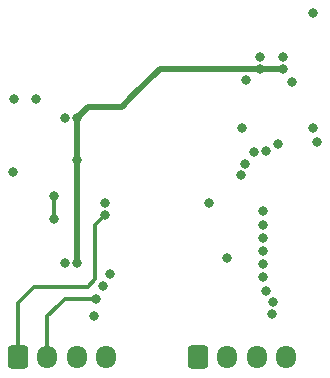
<source format=gbl>
G04 #@! TF.GenerationSoftware,KiCad,Pcbnew,(6.0.2-0)*
G04 #@! TF.CreationDate,2022-09-17T18:07:09+02:00*
G04 #@! TF.ProjectId,ER-TFT1_69-1 Adapter,45522d54-4654-4315-9f36-392d31204164,rev?*
G04 #@! TF.SameCoordinates,Original*
G04 #@! TF.FileFunction,Copper,L4,Bot*
G04 #@! TF.FilePolarity,Positive*
%FSLAX46Y46*%
G04 Gerber Fmt 4.6, Leading zero omitted, Abs format (unit mm)*
G04 Created by KiCad (PCBNEW (6.0.2-0)) date 2022-09-17 18:07:09*
%MOMM*%
%LPD*%
G01*
G04 APERTURE LIST*
G04 Aperture macros list*
%AMRoundRect*
0 Rectangle with rounded corners*
0 $1 Rounding radius*
0 $2 $3 $4 $5 $6 $7 $8 $9 X,Y pos of 4 corners*
0 Add a 4 corners polygon primitive as box body*
4,1,4,$2,$3,$4,$5,$6,$7,$8,$9,$2,$3,0*
0 Add four circle primitives for the rounded corners*
1,1,$1+$1,$2,$3*
1,1,$1+$1,$4,$5*
1,1,$1+$1,$6,$7*
1,1,$1+$1,$8,$9*
0 Add four rect primitives between the rounded corners*
20,1,$1+$1,$2,$3,$4,$5,0*
20,1,$1+$1,$4,$5,$6,$7,0*
20,1,$1+$1,$6,$7,$8,$9,0*
20,1,$1+$1,$8,$9,$2,$3,0*%
G04 Aperture macros list end*
G04 #@! TA.AperFunction,ComponentPad*
%ADD10RoundRect,0.250000X-0.600000X-0.725000X0.600000X-0.725000X0.600000X0.725000X-0.600000X0.725000X0*%
G04 #@! TD*
G04 #@! TA.AperFunction,ComponentPad*
%ADD11O,1.700000X1.950000*%
G04 #@! TD*
G04 #@! TA.AperFunction,ViaPad*
%ADD12C,0.800000*%
G04 #@! TD*
G04 #@! TA.AperFunction,Conductor*
%ADD13C,0.500000*%
G04 #@! TD*
G04 #@! TA.AperFunction,Conductor*
%ADD14C,0.300000*%
G04 #@! TD*
G04 APERTURE END LIST*
D10*
X113267593Y-113143601D03*
D11*
X115767593Y-113143601D03*
X118267593Y-113143601D03*
X120767593Y-113143601D03*
D10*
X128507593Y-113143601D03*
D11*
X131007593Y-113143601D03*
X133507593Y-113143601D03*
X136007593Y-113143601D03*
D12*
X118257593Y-105186601D03*
X118257593Y-96436601D03*
X133782593Y-88711601D03*
X135682593Y-88711601D03*
X118257593Y-92836601D03*
X136432593Y-89861601D03*
X138232593Y-93736601D03*
X134007593Y-103011601D03*
X114782593Y-91286601D03*
X134832593Y-108486601D03*
X119732593Y-109611601D03*
X134800000Y-109486601D03*
X129407593Y-100086601D03*
X135682593Y-87686601D03*
X138607593Y-94886601D03*
X121081593Y-106101301D03*
X134007593Y-106336601D03*
X117257593Y-92836601D03*
X112957593Y-91286601D03*
X132132593Y-97711601D03*
X132607593Y-89686601D03*
X134257593Y-107486601D03*
X134307593Y-95686601D03*
X120471993Y-107064601D03*
X134007593Y-101886601D03*
X134007593Y-104161601D03*
X133782593Y-87686601D03*
X135257593Y-95061601D03*
X120649793Y-100054201D03*
X112832593Y-97436601D03*
X138281000Y-84006000D03*
X132507593Y-96761601D03*
X117232593Y-105186601D03*
X133257593Y-95711601D03*
X131002593Y-104733801D03*
X132282593Y-93686601D03*
X134007593Y-105236601D03*
X134007593Y-100761601D03*
X120675193Y-101070201D03*
X119913193Y-108182201D03*
X116307593Y-101436601D03*
X116307593Y-99511601D03*
D13*
X122957593Y-91011601D02*
X125257593Y-88711601D01*
X121257593Y-91911601D02*
X122057593Y-91911601D01*
X118257593Y-105186601D02*
X118257593Y-96436601D01*
X133782593Y-88711601D02*
X135682593Y-88711601D01*
X119182593Y-91911601D02*
X121257593Y-91911601D01*
X118257593Y-96436601D02*
X118257593Y-92836601D01*
X118257593Y-92836601D02*
X119182593Y-91911601D01*
X130307593Y-88711601D02*
X133782593Y-88711601D01*
X122057593Y-91911601D02*
X122957593Y-91011601D01*
X125257593Y-88711601D02*
X130307593Y-88711601D01*
D14*
X119836993Y-106480401D02*
X119176593Y-107140801D01*
X119176593Y-107140801D02*
X114629993Y-107140801D01*
X119836993Y-101908401D02*
X119836993Y-106480401D01*
X120675193Y-101070201D02*
X119836993Y-101908401D01*
X114629993Y-107140801D02*
X113267593Y-108503201D01*
X113267593Y-108503201D02*
X113267593Y-113143601D01*
X117246193Y-108182201D02*
X119913193Y-108182201D01*
X115772993Y-109807801D02*
X115772993Y-109655401D01*
X115772993Y-109655401D02*
X116712793Y-108715601D01*
X115767593Y-113143601D02*
X115772993Y-113138201D01*
X116712793Y-108715601D02*
X117246193Y-108182201D01*
X115772993Y-113138201D02*
X115772993Y-109807801D01*
X116307593Y-101436601D02*
X116307593Y-99511601D01*
M02*

</source>
